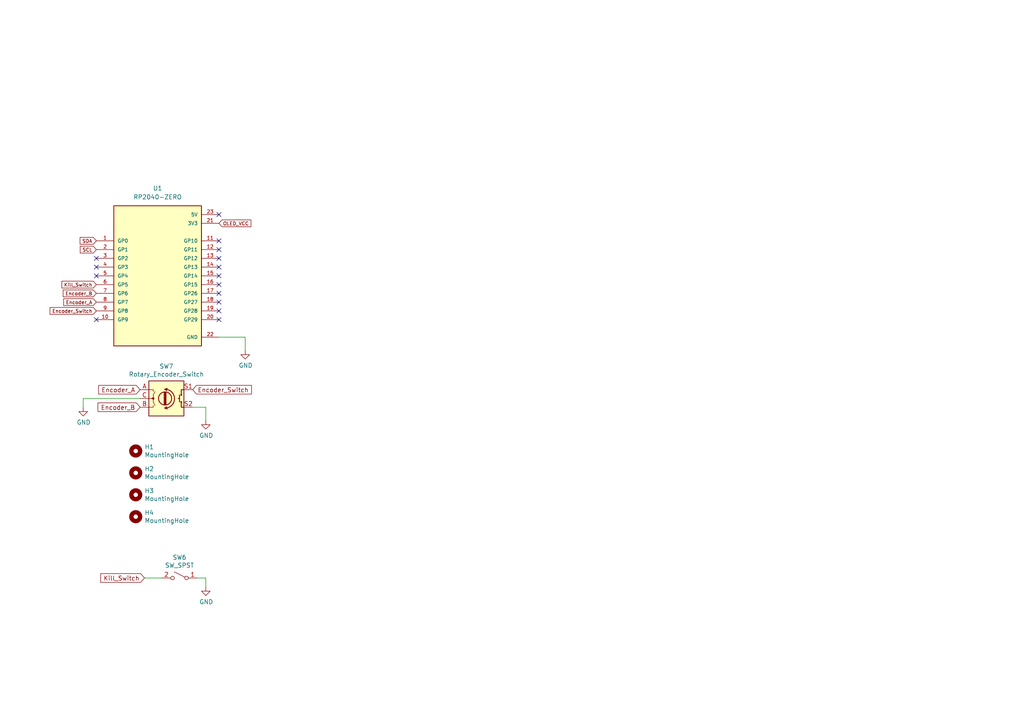
<source format=kicad_sch>
(kicad_sch
	(version 20250114)
	(generator "eeschema")
	(generator_version "9.0")
	(uuid "c3ef5952-8a8c-4190-8dd6-fd011d1d0bb3")
	(paper "A4")
	(lib_symbols
		(symbol "RP2040-ZERO:RP2040-ZERO"
			(pin_names
				(offset 1.016)
			)
			(exclude_from_sim no)
			(in_bom yes)
			(on_board yes)
			(property "Reference" "U"
				(at -12.7 21.082 0)
				(effects
					(font
						(size 1.27 1.27)
					)
					(justify left bottom)
				)
			)
			(property "Value" "RP2040-ZERO"
				(at -12.7 -22.86 0)
				(effects
					(font
						(size 1.27 1.27)
					)
					(justify left bottom)
				)
			)
			(property "Footprint" "RP2040-ZERO:MODULE_RP2040-ZERO"
				(at 37.592 21.844 0)
				(effects
					(font
						(size 1.27 1.27)
					)
					(justify bottom)
					(hide yes)
				)
			)
			(property "Datasheet" ""
				(at 0 0 0)
				(effects
					(font
						(size 1.27 1.27)
					)
					(hide yes)
				)
			)
			(property "Description" ""
				(at 0 0 0)
				(effects
					(font
						(size 1.27 1.27)
					)
					(hide yes)
				)
			)
			(property "MF" "Waveshare Electronics"
				(at 37.592 21.844 0)
				(effects
					(font
						(size 1.27 1.27)
					)
					(justify bottom)
					(hide yes)
				)
			)
			(property "MAXIMUM_PACKAGE_HEIGHT" "5.35mm"
				(at 37.592 21.844 0)
				(effects
					(font
						(size 1.27 1.27)
					)
					(justify bottom)
					(hide yes)
				)
			)
			(property "Package" "Package"
				(at 37.592 21.844 0)
				(effects
					(font
						(size 1.27 1.27)
					)
					(justify bottom)
					(hide yes)
				)
			)
			(property "Price" "None"
				(at 39.37 6.858 0)
				(effects
					(font
						(size 1.27 1.27)
					)
					(justify bottom)
					(hide yes)
				)
			)
			(property "Check_prices" "https://www.snapeda.com/parts/RP2040-ZERO/Waveshare+Electronics/view-part/?ref=eda"
				(at 37.592 21.844 0)
				(effects
					(font
						(size 1.27 1.27)
					)
					(justify bottom)
					(hide yes)
				)
			)
			(property "STANDARD" "Manufacturer Recommendations"
				(at 37.592 21.844 0)
				(effects
					(font
						(size 1.27 1.27)
					)
					(justify bottom)
					(hide yes)
				)
			)
			(property "PARTREV" "NA"
				(at 37.592 21.844 0)
				(effects
					(font
						(size 1.27 1.27)
					)
					(justify bottom)
					(hide yes)
				)
			)
			(property "SnapEDA_Link" "https://www.snapeda.com/parts/RP2040-ZERO/Waveshare+Electronics/view-part/?ref=snap"
				(at 37.592 21.844 0)
				(effects
					(font
						(size 1.27 1.27)
					)
					(justify bottom)
					(hide yes)
				)
			)
			(property "MP" "RP2040-ZERO"
				(at 37.592 21.844 0)
				(effects
					(font
						(size 1.27 1.27)
					)
					(justify bottom)
					(hide yes)
				)
			)
			(property "Description_1" "Low-Cost, High-Performance Pico-Like MCU Board Based On Raspberry Pi Microcontroller RP2040"
				(at 37.592 21.844 0)
				(effects
					(font
						(size 1.27 1.27)
					)
					(justify bottom)
					(hide yes)
				)
			)
			(property "Availability" "Not in stock"
				(at 37.592 21.844 0)
				(effects
					(font
						(size 1.27 1.27)
					)
					(justify bottom)
					(hide yes)
				)
			)
			(property "MANUFACTURER" "Waveshare"
				(at 37.592 21.844 0)
				(effects
					(font
						(size 1.27 1.27)
					)
					(justify bottom)
					(hide yes)
				)
			)
			(symbol "RP2040-ZERO_0_0"
				(rectangle
					(start -12.7 -20.32)
					(end 12.7 20.32)
					(stroke
						(width 0.254)
						(type default)
					)
					(fill
						(type background)
					)
				)
				(pin bidirectional line
					(at -17.78 10.16 0)
					(length 5.08)
					(name "GP0"
						(effects
							(font
								(size 1.016 1.016)
							)
						)
					)
					(number "1"
						(effects
							(font
								(size 1.016 1.016)
							)
						)
					)
				)
				(pin bidirectional line
					(at -17.78 7.62 0)
					(length 5.08)
					(name "GP1"
						(effects
							(font
								(size 1.016 1.016)
							)
						)
					)
					(number "2"
						(effects
							(font
								(size 1.016 1.016)
							)
						)
					)
				)
				(pin bidirectional line
					(at -17.78 5.08 0)
					(length 5.08)
					(name "GP2"
						(effects
							(font
								(size 1.016 1.016)
							)
						)
					)
					(number "3"
						(effects
							(font
								(size 1.016 1.016)
							)
						)
					)
				)
				(pin bidirectional line
					(at -17.78 2.54 0)
					(length 5.08)
					(name "GP3"
						(effects
							(font
								(size 1.016 1.016)
							)
						)
					)
					(number "4"
						(effects
							(font
								(size 1.016 1.016)
							)
						)
					)
				)
				(pin bidirectional line
					(at -17.78 0 0)
					(length 5.08)
					(name "GP4"
						(effects
							(font
								(size 1.016 1.016)
							)
						)
					)
					(number "5"
						(effects
							(font
								(size 1.016 1.016)
							)
						)
					)
				)
				(pin bidirectional line
					(at -17.78 -2.54 0)
					(length 5.08)
					(name "GP5"
						(effects
							(font
								(size 1.016 1.016)
							)
						)
					)
					(number "6"
						(effects
							(font
								(size 1.016 1.016)
							)
						)
					)
				)
				(pin bidirectional line
					(at -17.78 -5.08 0)
					(length 5.08)
					(name "GP6"
						(effects
							(font
								(size 1.016 1.016)
							)
						)
					)
					(number "7"
						(effects
							(font
								(size 1.016 1.016)
							)
						)
					)
				)
				(pin bidirectional line
					(at -17.78 -7.62 0)
					(length 5.08)
					(name "GP7"
						(effects
							(font
								(size 1.016 1.016)
							)
						)
					)
					(number "8"
						(effects
							(font
								(size 1.016 1.016)
							)
						)
					)
				)
				(pin bidirectional line
					(at -17.78 -10.16 0)
					(length 5.08)
					(name "GP8"
						(effects
							(font
								(size 1.016 1.016)
							)
						)
					)
					(number "9"
						(effects
							(font
								(size 1.016 1.016)
							)
						)
					)
				)
				(pin bidirectional line
					(at -17.78 -12.7 0)
					(length 5.08)
					(name "GP9"
						(effects
							(font
								(size 1.016 1.016)
							)
						)
					)
					(number "10"
						(effects
							(font
								(size 1.016 1.016)
							)
						)
					)
				)
				(pin power_in line
					(at 17.78 17.78 180)
					(length 5.08)
					(name "5V"
						(effects
							(font
								(size 1.016 1.016)
							)
						)
					)
					(number "23"
						(effects
							(font
								(size 1.016 1.016)
							)
						)
					)
				)
				(pin power_in line
					(at 17.78 15.24 180)
					(length 5.08)
					(name "3V3"
						(effects
							(font
								(size 1.016 1.016)
							)
						)
					)
					(number "21"
						(effects
							(font
								(size 1.016 1.016)
							)
						)
					)
				)
				(pin bidirectional line
					(at 17.78 10.16 180)
					(length 5.08)
					(name "GP10"
						(effects
							(font
								(size 1.016 1.016)
							)
						)
					)
					(number "11"
						(effects
							(font
								(size 1.016 1.016)
							)
						)
					)
				)
				(pin bidirectional line
					(at 17.78 7.62 180)
					(length 5.08)
					(name "GP11"
						(effects
							(font
								(size 1.016 1.016)
							)
						)
					)
					(number "12"
						(effects
							(font
								(size 1.016 1.016)
							)
						)
					)
				)
				(pin bidirectional line
					(at 17.78 5.08 180)
					(length 5.08)
					(name "GP12"
						(effects
							(font
								(size 1.016 1.016)
							)
						)
					)
					(number "13"
						(effects
							(font
								(size 1.016 1.016)
							)
						)
					)
				)
				(pin bidirectional line
					(at 17.78 2.54 180)
					(length 5.08)
					(name "GP13"
						(effects
							(font
								(size 1.016 1.016)
							)
						)
					)
					(number "14"
						(effects
							(font
								(size 1.016 1.016)
							)
						)
					)
				)
				(pin bidirectional line
					(at 17.78 0 180)
					(length 5.08)
					(name "GP14"
						(effects
							(font
								(size 1.016 1.016)
							)
						)
					)
					(number "15"
						(effects
							(font
								(size 1.016 1.016)
							)
						)
					)
				)
				(pin bidirectional line
					(at 17.78 -2.54 180)
					(length 5.08)
					(name "GP15"
						(effects
							(font
								(size 1.016 1.016)
							)
						)
					)
					(number "16"
						(effects
							(font
								(size 1.016 1.016)
							)
						)
					)
				)
				(pin bidirectional line
					(at 17.78 -5.08 180)
					(length 5.08)
					(name "GP26"
						(effects
							(font
								(size 1.016 1.016)
							)
						)
					)
					(number "17"
						(effects
							(font
								(size 1.016 1.016)
							)
						)
					)
				)
				(pin bidirectional line
					(at 17.78 -7.62 180)
					(length 5.08)
					(name "GP27"
						(effects
							(font
								(size 1.016 1.016)
							)
						)
					)
					(number "18"
						(effects
							(font
								(size 1.016 1.016)
							)
						)
					)
				)
				(pin bidirectional line
					(at 17.78 -10.16 180)
					(length 5.08)
					(name "GP28"
						(effects
							(font
								(size 1.016 1.016)
							)
						)
					)
					(number "19"
						(effects
							(font
								(size 1.016 1.016)
							)
						)
					)
				)
				(pin bidirectional line
					(at 17.78 -12.7 180)
					(length 5.08)
					(name "GP29"
						(effects
							(font
								(size 1.016 1.016)
							)
						)
					)
					(number "20"
						(effects
							(font
								(size 1.016 1.016)
							)
						)
					)
				)
				(pin power_in line
					(at 17.78 -17.78 180)
					(length 5.08)
					(name "GND"
						(effects
							(font
								(size 1.016 1.016)
							)
						)
					)
					(number "22"
						(effects
							(font
								(size 1.016 1.016)
							)
						)
					)
				)
			)
			(embedded_fonts no)
		)
		(symbol "V0_Display:MountingHole"
			(pin_names
				(offset 1.016)
			)
			(exclude_from_sim no)
			(in_bom yes)
			(on_board yes)
			(property "Reference" "H"
				(at 0 5.08 0)
				(effects
					(font
						(size 1.27 1.27)
					)
				)
			)
			(property "Value" "MountingHole"
				(at 0 3.175 0)
				(effects
					(font
						(size 1.27 1.27)
					)
				)
			)
			(property "Footprint" ""
				(at 0 0 0)
				(effects
					(font
						(size 1.27 1.27)
					)
					(hide yes)
				)
			)
			(property "Datasheet" "~"
				(at 0 0 0)
				(effects
					(font
						(size 1.27 1.27)
					)
					(hide yes)
				)
			)
			(property "Description" "Mounting Hole without connection"
				(at 0 0 0)
				(effects
					(font
						(size 1.27 1.27)
					)
					(hide yes)
				)
			)
			(property "ki_keywords" "mounting hole"
				(at 0 0 0)
				(effects
					(font
						(size 1.27 1.27)
					)
					(hide yes)
				)
			)
			(property "ki_fp_filters" "MountingHole*"
				(at 0 0 0)
				(effects
					(font
						(size 1.27 1.27)
					)
					(hide yes)
				)
			)
			(symbol "MountingHole_0_1"
				(circle
					(center 0 0)
					(radius 1.27)
					(stroke
						(width 1.27)
						(type solid)
					)
					(fill
						(type none)
					)
				)
			)
			(embedded_fonts no)
		)
		(symbol "V0_Display:Rotary_Encoder_Switch"
			(pin_names
				(offset 0.254)
				(hide yes)
			)
			(exclude_from_sim no)
			(in_bom yes)
			(on_board yes)
			(property "Reference" "SW"
				(at 0 6.604 0)
				(effects
					(font
						(size 1.27 1.27)
					)
				)
			)
			(property "Value" "Rotary_Encoder_Switch"
				(at 0 -6.604 0)
				(effects
					(font
						(size 1.27 1.27)
					)
				)
			)
			(property "Footprint" ""
				(at -3.81 4.064 0)
				(effects
					(font
						(size 1.27 1.27)
					)
					(hide yes)
				)
			)
			(property "Datasheet" "~"
				(at 0 6.604 0)
				(effects
					(font
						(size 1.27 1.27)
					)
					(hide yes)
				)
			)
			(property "Description" "Rotary encoder, dual channel, incremental quadrate outputs, with switch"
				(at 0 0 0)
				(effects
					(font
						(size 1.27 1.27)
					)
					(hide yes)
				)
			)
			(property "ki_keywords" "rotary switch encoder switch push button"
				(at 0 0 0)
				(effects
					(font
						(size 1.27 1.27)
					)
					(hide yes)
				)
			)
			(property "ki_fp_filters" "RotaryEncoder*Switch*"
				(at 0 0 0)
				(effects
					(font
						(size 1.27 1.27)
					)
					(hide yes)
				)
			)
			(symbol "Rotary_Encoder_Switch_0_1"
				(rectangle
					(start -5.08 5.08)
					(end 5.08 -5.08)
					(stroke
						(width 0.254)
						(type solid)
					)
					(fill
						(type background)
					)
				)
				(polyline
					(pts
						(xy -5.08 2.54) (xy -3.81 2.54) (xy -3.81 2.032)
					)
					(stroke
						(width 0)
						(type solid)
					)
					(fill
						(type none)
					)
				)
				(polyline
					(pts
						(xy -5.08 0) (xy -3.81 0) (xy -3.81 -1.016) (xy -3.302 -2.032)
					)
					(stroke
						(width 0)
						(type solid)
					)
					(fill
						(type none)
					)
				)
				(polyline
					(pts
						(xy -5.08 -2.54) (xy -3.81 -2.54) (xy -3.81 -2.032)
					)
					(stroke
						(width 0)
						(type solid)
					)
					(fill
						(type none)
					)
				)
				(polyline
					(pts
						(xy -4.318 0) (xy -3.81 0) (xy -3.81 1.016) (xy -3.302 2.032)
					)
					(stroke
						(width 0)
						(type solid)
					)
					(fill
						(type none)
					)
				)
				(circle
					(center -3.81 0)
					(radius 0.254)
					(stroke
						(width 0)
						(type solid)
					)
					(fill
						(type outline)
					)
				)
				(polyline
					(pts
						(xy -0.635 -1.778) (xy -0.635 1.778)
					)
					(stroke
						(width 0.254)
						(type solid)
					)
					(fill
						(type none)
					)
				)
				(arc
					(start -0.381 2.667)
					(mid 2.3368 -0.0508)
					(end -0.381 -2.794)
					(stroke
						(width 0.254)
						(type solid)
					)
					(fill
						(type none)
					)
				)
				(circle
					(center -0.381 0)
					(radius 1.905)
					(stroke
						(width 0.254)
						(type solid)
					)
					(fill
						(type none)
					)
				)
				(polyline
					(pts
						(xy -0.381 -1.778) (xy -0.381 1.778)
					)
					(stroke
						(width 0.254)
						(type solid)
					)
					(fill
						(type none)
					)
				)
				(polyline
					(pts
						(xy -0.127 1.778) (xy -0.127 -1.778)
					)
					(stroke
						(width 0.254)
						(type solid)
					)
					(fill
						(type none)
					)
				)
				(polyline
					(pts
						(xy 0.254 2.921) (xy -0.508 2.667) (xy 0.127 2.286)
					)
					(stroke
						(width 0.254)
						(type solid)
					)
					(fill
						(type none)
					)
				)
				(polyline
					(pts
						(xy 0.254 -3.048) (xy -0.508 -2.794) (xy 0.127 -2.413)
					)
					(stroke
						(width 0.254)
						(type solid)
					)
					(fill
						(type none)
					)
				)
				(polyline
					(pts
						(xy 3.81 1.016) (xy 3.81 -1.016)
					)
					(stroke
						(width 0.254)
						(type solid)
					)
					(fill
						(type none)
					)
				)
				(polyline
					(pts
						(xy 3.81 0) (xy 3.429 0)
					)
					(stroke
						(width 0.254)
						(type solid)
					)
					(fill
						(type none)
					)
				)
				(circle
					(center 4.318 1.016)
					(radius 0.127)
					(stroke
						(width 0.254)
						(type solid)
					)
					(fill
						(type none)
					)
				)
				(circle
					(center 4.318 -1.016)
					(radius 0.127)
					(stroke
						(width 0.254)
						(type solid)
					)
					(fill
						(type none)
					)
				)
				(polyline
					(pts
						(xy 5.08 2.54) (xy 4.318 2.54) (xy 4.318 1.016)
					)
					(stroke
						(width 0.254)
						(type solid)
					)
					(fill
						(type none)
					)
				)
				(polyline
					(pts
						(xy 5.08 -2.54) (xy 4.318 -2.54) (xy 4.318 -1.016)
					)
					(stroke
						(width 0.254)
						(type solid)
					)
					(fill
						(type none)
					)
				)
			)
			(symbol "Rotary_Encoder_Switch_1_1"
				(pin passive line
					(at -7.62 2.54 0)
					(length 2.54)
					(name "A"
						(effects
							(font
								(size 1.27 1.27)
							)
						)
					)
					(number "A"
						(effects
							(font
								(size 1.27 1.27)
							)
						)
					)
				)
				(pin passive line
					(at -7.62 0 0)
					(length 2.54)
					(name "C"
						(effects
							(font
								(size 1.27 1.27)
							)
						)
					)
					(number "C"
						(effects
							(font
								(size 1.27 1.27)
							)
						)
					)
				)
				(pin passive line
					(at -7.62 -2.54 0)
					(length 2.54)
					(name "B"
						(effects
							(font
								(size 1.27 1.27)
							)
						)
					)
					(number "B"
						(effects
							(font
								(size 1.27 1.27)
							)
						)
					)
				)
				(pin passive line
					(at 7.62 2.54 180)
					(length 2.54)
					(name "S1"
						(effects
							(font
								(size 1.27 1.27)
							)
						)
					)
					(number "S1"
						(effects
							(font
								(size 1.27 1.27)
							)
						)
					)
				)
				(pin passive line
					(at 7.62 -2.54 180)
					(length 2.54)
					(name "S2"
						(effects
							(font
								(size 1.27 1.27)
							)
						)
					)
					(number "S2"
						(effects
							(font
								(size 1.27 1.27)
							)
						)
					)
				)
			)
			(embedded_fonts no)
		)
		(symbol "V0_Display:SW_SPST"
			(pin_names
				(offset 0)
				(hide yes)
			)
			(exclude_from_sim no)
			(in_bom yes)
			(on_board yes)
			(property "Reference" "SW"
				(at 0 3.175 0)
				(effects
					(font
						(size 1.27 1.27)
					)
				)
			)
			(property "Value" "SW_SPST"
				(at 0 -2.54 0)
				(effects
					(font
						(size 1.27 1.27)
					)
				)
			)
			(property "Footprint" ""
				(at 0 0 0)
				(effects
					(font
						(size 1.27 1.27)
					)
					(hide yes)
				)
			)
			(property "Datasheet" "~"
				(at 0 0 0)
				(effects
					(font
						(size 1.27 1.27)
					)
					(hide yes)
				)
			)
			(property "Description" "Single Pole Single Throw (SPST) switch"
				(at 0 0 0)
				(effects
					(font
						(size 1.27 1.27)
					)
					(hide yes)
				)
			)
			(property "ki_keywords" "switch lever"
				(at 0 0 0)
				(effects
					(font
						(size 1.27 1.27)
					)
					(hide yes)
				)
			)
			(symbol "SW_SPST_0_0"
				(circle
					(center -2.032 0)
					(radius 0.508)
					(stroke
						(width 0)
						(type solid)
					)
					(fill
						(type none)
					)
				)
				(polyline
					(pts
						(xy -1.524 0.254) (xy 1.524 1.778)
					)
					(stroke
						(width 0)
						(type solid)
					)
					(fill
						(type none)
					)
				)
				(circle
					(center 2.032 0)
					(radius 0.508)
					(stroke
						(width 0)
						(type solid)
					)
					(fill
						(type none)
					)
				)
			)
			(symbol "SW_SPST_1_1"
				(pin passive line
					(at -5.08 0 0)
					(length 2.54)
					(name "A"
						(effects
							(font
								(size 1.27 1.27)
							)
						)
					)
					(number "1"
						(effects
							(font
								(size 1.27 1.27)
							)
						)
					)
				)
				(pin passive line
					(at 5.08 0 180)
					(length 2.54)
					(name "B"
						(effects
							(font
								(size 1.27 1.27)
							)
						)
					)
					(number "2"
						(effects
							(font
								(size 1.27 1.27)
							)
						)
					)
				)
			)
			(embedded_fonts no)
		)
		(symbol "power:GND"
			(power)
			(pin_numbers
				(hide yes)
			)
			(pin_names
				(offset 0)
				(hide yes)
			)
			(exclude_from_sim no)
			(in_bom yes)
			(on_board yes)
			(property "Reference" "#PWR"
				(at 0 -6.35 0)
				(effects
					(font
						(size 1.27 1.27)
					)
					(hide yes)
				)
			)
			(property "Value" "GND"
				(at 0 -3.81 0)
				(effects
					(font
						(size 1.27 1.27)
					)
				)
			)
			(property "Footprint" ""
				(at 0 0 0)
				(effects
					(font
						(size 1.27 1.27)
					)
					(hide yes)
				)
			)
			(property "Datasheet" ""
				(at 0 0 0)
				(effects
					(font
						(size 1.27 1.27)
					)
					(hide yes)
				)
			)
			(property "Description" "Power symbol creates a global label with name \"GND\" , ground"
				(at 0 0 0)
				(effects
					(font
						(size 1.27 1.27)
					)
					(hide yes)
				)
			)
			(property "ki_keywords" "global power"
				(at 0 0 0)
				(effects
					(font
						(size 1.27 1.27)
					)
					(hide yes)
				)
			)
			(symbol "GND_0_1"
				(polyline
					(pts
						(xy 0 0) (xy 0 -1.27) (xy 1.27 -1.27) (xy 0 -2.54) (xy -1.27 -1.27) (xy 0 -1.27)
					)
					(stroke
						(width 0)
						(type default)
					)
					(fill
						(type none)
					)
				)
			)
			(symbol "GND_1_1"
				(pin power_in line
					(at 0 0 270)
					(length 0)
					(name "~"
						(effects
							(font
								(size 1.27 1.27)
							)
						)
					)
					(number "1"
						(effects
							(font
								(size 1.27 1.27)
							)
						)
					)
				)
			)
			(embedded_fonts no)
		)
	)
	(no_connect
		(at 63.5 72.39)
		(uuid "04299bbd-e220-478a-b134-6ec24a52e0f6")
	)
	(no_connect
		(at 63.5 90.17)
		(uuid "0815ea51-6be1-49a7-95a0-87fbdad32ebe")
	)
	(no_connect
		(at 63.5 87.63)
		(uuid "0de84c7d-d038-4a71-aedb-b71f37881d05")
	)
	(no_connect
		(at 63.5 77.47)
		(uuid "127ab064-8198-4e5a-a9ab-2e02fdf6c90b")
	)
	(no_connect
		(at 27.94 74.93)
		(uuid "18656af1-46b3-456a-88c6-bad5d4327262")
	)
	(no_connect
		(at 63.5 82.55)
		(uuid "1f871c29-4377-463e-98d9-0f4d57ff7026")
	)
	(no_connect
		(at 63.5 74.93)
		(uuid "28d12989-f92a-46a9-babd-0cc27083a833")
	)
	(no_connect
		(at 63.5 80.01)
		(uuid "30f60794-4a33-48b7-bd5b-b4fad87a8e5b")
	)
	(no_connect
		(at 27.94 92.71)
		(uuid "71d8985e-4888-44ee-af2d-e2580f04a43e")
	)
	(no_connect
		(at 63.5 62.23)
		(uuid "919d452d-678e-48bc-86d4-e4a692bdb2d6")
	)
	(no_connect
		(at 27.94 80.01)
		(uuid "b18736b4-b663-4462-bd3e-45310180d9f7")
	)
	(no_connect
		(at 27.94 77.47)
		(uuid "b308e894-f1ad-40d5-b30b-9f02268ee078")
	)
	(no_connect
		(at 63.5 92.71)
		(uuid "c566753d-1d2a-48fc-b881-91b4e7541ce8")
	)
	(no_connect
		(at 63.5 85.09)
		(uuid "cd83fef8-d475-42e8-bbba-e2c76a51eace")
	)
	(no_connect
		(at 63.5 69.85)
		(uuid "ddb65d66-ccda-4b1e-8781-87ee63508319")
	)
	(wire
		(pts
			(xy 59.69 170.18) (xy 59.69 167.64)
		)
		(stroke
			(width 0)
			(type default)
		)
		(uuid "00afb795-80ec-4bca-a2f0-94cdb5867ef1")
	)
	(wire
		(pts
			(xy 59.69 121.92) (xy 59.69 118.11)
		)
		(stroke
			(width 0)
			(type default)
		)
		(uuid "1664fdec-6642-4e8a-abd3-2d4bd5a28b2d")
	)
	(wire
		(pts
			(xy 46.99 167.64) (xy 41.91 167.64)
		)
		(stroke
			(width 0)
			(type default)
		)
		(uuid "21eb9be5-e883-428f-a11b-66cc950e4e82")
	)
	(wire
		(pts
			(xy 40.64 115.57) (xy 24.13 115.57)
		)
		(stroke
			(width 0)
			(type default)
		)
		(uuid "32845c75-523b-4cf2-b6e6-6a0db4a1101a")
	)
	(wire
		(pts
			(xy 71.12 97.79) (xy 71.12 101.6)
		)
		(stroke
			(width 0)
			(type default)
		)
		(uuid "33bc34b8-6c82-4e86-ab2e-4af30785d814")
	)
	(wire
		(pts
			(xy 59.69 118.11) (xy 55.88 118.11)
		)
		(stroke
			(width 0)
			(type default)
		)
		(uuid "62ef9b3b-4b17-42cf-a939-dd6ed350786e")
	)
	(wire
		(pts
			(xy 24.13 118.11) (xy 24.13 115.57)
		)
		(stroke
			(width 0)
			(type default)
		)
		(uuid "6b58a84a-95e3-4b0c-adc7-d74476de7b73")
	)
	(wire
		(pts
			(xy 63.5 97.79) (xy 71.12 97.79)
		)
		(stroke
			(width 0)
			(type default)
		)
		(uuid "6e19ae35-f560-434f-9f7b-b0a89a7e4e45")
	)
	(wire
		(pts
			(xy 59.69 167.64) (xy 57.15 167.64)
		)
		(stroke
			(width 0)
			(type default)
		)
		(uuid "9c9fe2ce-45b3-433b-b38c-3dd6805c5b9a")
	)
	(global_label "Encoder_A"
		(shape input)
		(at 27.94 87.63 180)
		(fields_autoplaced yes)
		(effects
			(font
				(size 1 1)
			)
			(justify right)
		)
		(uuid "39959773-c981-4b00-b6a6-c2cbdd76723d")
		(property "Intersheetrefs" "${INTERSHEET_REFS}"
			(at 18.0183 87.63 0)
			(effects
				(font
					(size 1.27 1.27)
				)
				(justify right)
				(hide yes)
			)
		)
	)
	(global_label "Encoder_A"
		(shape input)
		(at 40.64 113.03 180)
		(effects
			(font
				(size 1.27 1.27)
			)
			(justify right)
		)
		(uuid "3b8e8723-4691-40e1-bb94-6a72516326bc")
		(property "Intersheetrefs" "${INTERSHEET_REFS}"
			(at 40.64 113.03 0)
			(effects
				(font
					(size 1.27 1.27)
				)
				(hide yes)
			)
		)
	)
	(global_label "OLED_VCC"
		(shape input)
		(at 63.5 64.77 0)
		(fields_autoplaced yes)
		(effects
			(font
				(size 1 1)
			)
			(justify left)
		)
		(uuid "404e32a0-f1e9-4d1e-b5b1-da4d4f2b4c48")
		(property "Intersheetrefs" "${INTERSHEET_REFS}"
			(at 73.2312 64.77 0)
			(effects
				(font
					(size 1.27 1.27)
				)
				(justify left)
				(hide yes)
			)
		)
	)
	(global_label "Encoder_B"
		(shape input)
		(at 40.64 118.11 180)
		(effects
			(font
				(size 1.27 1.27)
			)
			(justify right)
		)
		(uuid "45b12c3c-a66d-41d9-9fb5-be8941ade179")
		(property "Intersheetrefs" "${INTERSHEET_REFS}"
			(at 40.64 118.11 0)
			(effects
				(font
					(size 1.27 1.27)
				)
				(hide yes)
			)
		)
	)
	(global_label "Kill_Switch"
		(shape input)
		(at 27.94 82.55 180)
		(fields_autoplaced yes)
		(effects
			(font
				(size 1 1)
			)
			(justify right)
		)
		(uuid "4c596119-1c98-4480-828a-2fe458a055fc")
		(property "Intersheetrefs" "${INTERSHEET_REFS}"
			(at 17.4945 82.55 0)
			(effects
				(font
					(size 1.27 1.27)
				)
				(justify right)
				(hide yes)
			)
		)
	)
	(global_label "Encoder_Switch"
		(shape input)
		(at 55.88 113.03 0)
		(effects
			(font
				(size 1.27 1.27)
			)
			(justify left)
		)
		(uuid "4e0af0b7-7b54-47d3-88b3-c80ea1af86cf")
		(property "Intersheetrefs" "${INTERSHEET_REFS}"
			(at 55.88 113.03 0)
			(effects
				(font
					(size 1.27 1.27)
				)
				(hide yes)
			)
		)
	)
	(global_label "SCL"
		(shape input)
		(at 27.94 72.39 180)
		(fields_autoplaced yes)
		(effects
			(font
				(size 1 1)
			)
			(justify right)
		)
		(uuid "be58dbeb-2095-47ad-8bf7-6685f432530b")
		(property "Intersheetrefs" "${INTERSHEET_REFS}"
			(at 22.8278 72.39 0)
			(effects
				(font
					(size 1.27 1.27)
				)
				(justify right)
				(hide yes)
			)
		)
	)
	(global_label "Kill_Switch"
		(shape input)
		(at 41.91 167.64 180)
		(effects
			(font
				(size 1.27 1.27)
			)
			(justify right)
		)
		(uuid "c8828993-2994-4aab-b42e-1c53e36a6a65")
		(property "Intersheetrefs" "${INTERSHEET_REFS}"
			(at 41.91 167.64 0)
			(effects
				(font
					(size 1.27 1.27)
				)
				(hide yes)
			)
		)
	)
	(global_label "Encoder_Switch"
		(shape input)
		(at 27.94 90.17 180)
		(fields_autoplaced yes)
		(effects
			(font
				(size 1 1)
			)
			(justify right)
		)
		(uuid "e59f5bcd-b366-4664-ae5f-cd8ab96594b7")
		(property "Intersheetrefs" "${INTERSHEET_REFS}"
			(at 14.0659 90.17 0)
			(effects
				(font
					(size 1.27 1.27)
				)
				(justify right)
				(hide yes)
			)
		)
	)
	(global_label "SDA"
		(shape input)
		(at 27.94 69.85 180)
		(fields_autoplaced yes)
		(effects
			(font
				(size 1 1)
			)
			(justify right)
		)
		(uuid "fcb2334a-13c4-4d4d-a3aa-f8b7a1e913f9")
		(property "Intersheetrefs" "${INTERSHEET_REFS}"
			(at 22.7802 69.85 0)
			(effects
				(font
					(size 1.27 1.27)
				)
				(justify right)
				(hide yes)
			)
		)
	)
	(global_label "Encoder_B"
		(shape input)
		(at 27.94 85.09 180)
		(fields_autoplaced yes)
		(effects
			(font
				(size 1 1)
			)
			(justify right)
		)
		(uuid "fcd8874e-3919-4eff-b64c-40069596fdb7")
		(property "Intersheetrefs" "${INTERSHEET_REFS}"
			(at 17.8754 85.09 0)
			(effects
				(font
					(size 1.27 1.27)
				)
				(justify right)
				(hide yes)
			)
		)
	)
	(symbol
		(lib_id "power:GND")
		(at 59.69 170.18 0)
		(unit 1)
		(exclude_from_sim no)
		(in_bom yes)
		(on_board yes)
		(dnp no)
		(uuid "00000000-0000-0000-0000-00005e225054")
		(property "Reference" "#PWR0120"
			(at 59.69 176.53 0)
			(effects
				(font
					(size 1.27 1.27)
				)
				(hide yes)
			)
		)
		(property "Value" "GND"
			(at 59.817 174.5742 0)
			(effects
				(font
					(size 1.27 1.27)
				)
			)
		)
		(property "Footprint" ""
			(at 59.69 170.18 0)
			(effects
				(font
					(size 1.27 1.27)
				)
				(hide yes)
			)
		)
		(property "Datasheet" ""
			(at 59.69 170.18 0)
			(effects
				(font
					(size 1.27 1.27)
				)
				(hide yes)
			)
		)
		(property "Description" ""
			(at 59.69 170.18 0)
			(effects
				(font
					(size 1.27 1.27)
				)
			)
		)
		(pin "1"
			(uuid "acdd33b1-db36-46b9-b0a9-73eb83d59306")
		)
		(instances
			(project "Custom_V0_Display"
				(path "/c3ef5952-8a8c-4190-8dd6-fd011d1d0bb3"
					(reference "#PWR0120")
					(unit 1)
				)
			)
		)
	)
	(symbol
		(lib_id "V0_Display:Rotary_Encoder_Switch")
		(at 48.26 115.57 0)
		(unit 1)
		(exclude_from_sim no)
		(in_bom yes)
		(on_board yes)
		(dnp no)
		(uuid "00000000-0000-0000-0000-00005e23c835")
		(property "Reference" "SW7"
			(at 48.26 106.2482 0)
			(effects
				(font
					(size 1.27 1.27)
				)
			)
		)
		(property "Value" "Rotary_Encoder_Switch"
			(at 48.26 108.5596 0)
			(effects
				(font
					(size 1.27 1.27)
				)
			)
		)
		(property "Footprint" "V0-Display:EN11_Encoder"
			(at 44.45 111.506 0)
			(effects
				(font
					(size 1.27 1.27)
				)
				(hide yes)
			)
		)
		(property "Datasheet" "~"
			(at 48.26 108.966 0)
			(effects
				(font
					(size 1.27 1.27)
				)
				(hide yes)
			)
		)
		(property "Description" ""
			(at 48.26 115.57 0)
			(effects
				(font
					(size 1.27 1.27)
				)
			)
		)
		(pin "B"
			(uuid "1826112d-3ce5-4dc0-bcd9-fc712b12a38f")
		)
		(pin "A"
			(uuid "0e1401e5-ef2d-4a43-bb3d-0fd09315f2d0")
		)
		(pin "C"
			(uuid "3b282d0a-6692-4f78-8dd0-0d22c021f8d5")
		)
		(pin "S1"
			(uuid "004b8252-04d5-4407-9bb7-156bbfc13315")
		)
		(pin "S2"
			(uuid "23aa8fc8-7751-4ffb-8201-85a9abeb4ca1")
		)
		(instances
			(project "Custom_V0_Display"
				(path "/c3ef5952-8a8c-4190-8dd6-fd011d1d0bb3"
					(reference "SW7")
					(unit 1)
				)
			)
		)
	)
	(symbol
		(lib_id "power:GND")
		(at 59.69 121.92 0)
		(unit 1)
		(exclude_from_sim no)
		(in_bom yes)
		(on_board yes)
		(dnp no)
		(uuid "00000000-0000-0000-0000-00005e2449f3")
		(property "Reference" "#PWR0122"
			(at 59.69 128.27 0)
			(effects
				(font
					(size 1.27 1.27)
				)
				(hide yes)
			)
		)
		(property "Value" "GND"
			(at 59.817 126.3142 0)
			(effects
				(font
					(size 1.27 1.27)
				)
			)
		)
		(property "Footprint" ""
			(at 59.69 121.92 0)
			(effects
				(font
					(size 1.27 1.27)
				)
				(hide yes)
			)
		)
		(property "Datasheet" ""
			(at 59.69 121.92 0)
			(effects
				(font
					(size 1.27 1.27)
				)
				(hide yes)
			)
		)
		(property "Description" ""
			(at 59.69 121.92 0)
			(effects
				(font
					(size 1.27 1.27)
				)
			)
		)
		(pin "1"
			(uuid "ecb440d5-6edf-487d-bd02-280c86c5cf78")
		)
		(instances
			(project "Custom_V0_Display"
				(path "/c3ef5952-8a8c-4190-8dd6-fd011d1d0bb3"
					(reference "#PWR0122")
					(unit 1)
				)
			)
		)
	)
	(symbol
		(lib_id "V0_Display:SW_SPST")
		(at 52.07 167.64 0)
		(mirror y)
		(unit 1)
		(exclude_from_sim no)
		(in_bom yes)
		(on_board yes)
		(dnp no)
		(uuid "00000000-0000-0000-0000-00005e24b6ba")
		(property "Reference" "SW6"
			(at 52.07 161.671 0)
			(effects
				(font
					(size 1.27 1.27)
				)
			)
		)
		(property "Value" "SW_SPST"
			(at 52.07 163.9824 0)
			(effects
				(font
					(size 1.27 1.27)
				)
			)
		)
		(property "Footprint" "V0-Display:SW_PUSH_6mm"
			(at 52.07 167.64 0)
			(effects
				(font
					(size 1.27 1.27)
				)
				(hide yes)
			)
		)
		(property "Datasheet" "~"
			(at 52.07 167.64 0)
			(effects
				(font
					(size 1.27 1.27)
				)
				(hide yes)
			)
		)
		(property "Description" ""
			(at 52.07 167.64 0)
			(effects
				(font
					(size 1.27 1.27)
				)
			)
		)
		(pin "1"
			(uuid "87b70563-f66f-42b1-b1f4-6dce55ab62e2")
		)
		(pin "2"
			(uuid "750844b7-7427-4155-8dc9-b9ac82a22e39")
		)
		(instances
			(project "Custom_V0_Display"
				(path "/c3ef5952-8a8c-4190-8dd6-fd011d1d0bb3"
					(reference "SW6")
					(unit 1)
				)
			)
		)
	)
	(symbol
		(lib_id "V0_Display:MountingHole")
		(at 39.37 130.81 0)
		(unit 1)
		(exclude_from_sim no)
		(in_bom yes)
		(on_board yes)
		(dnp no)
		(uuid "00000000-0000-0000-0000-00005e25d84d")
		(property "Reference" "H1"
			(at 41.91 129.6416 0)
			(effects
				(font
					(size 1.27 1.27)
				)
				(justify left)
			)
		)
		(property "Value" "MountingHole"
			(at 41.91 131.953 0)
			(effects
				(font
					(size 1.27 1.27)
				)
				(justify left)
			)
		)
		(property "Footprint" "V0-Display:MountingHole_3.2mm_M3"
			(at 39.37 130.81 0)
			(effects
				(font
					(size 1.27 1.27)
				)
				(hide yes)
			)
		)
		(property "Datasheet" "~"
			(at 39.37 130.81 0)
			(effects
				(font
					(size 1.27 1.27)
				)
				(hide yes)
			)
		)
		(property "Description" ""
			(at 39.37 130.81 0)
			(effects
				(font
					(size 1.27 1.27)
				)
			)
		)
		(instances
			(project "Custom_V0_Display"
				(path "/c3ef5952-8a8c-4190-8dd6-fd011d1d0bb3"
					(reference "H1")
					(unit 1)
				)
			)
		)
	)
	(symbol
		(lib_id "V0_Display:MountingHole")
		(at 39.37 137.16 0)
		(unit 1)
		(exclude_from_sim no)
		(in_bom yes)
		(on_board yes)
		(dnp no)
		(uuid "00000000-0000-0000-0000-00005e25deb8")
		(property "Reference" "H2"
			(at 41.91 135.9916 0)
			(effects
				(font
					(size 1.27 1.27)
				)
				(justify left)
			)
		)
		(property "Value" "MountingHole"
			(at 41.91 138.303 0)
			(effects
				(font
					(size 1.27 1.27)
				)
				(justify left)
			)
		)
		(property "Footprint" "V0-Display:MountingHole_3.2mm_M3"
			(at 39.37 137.16 0)
			(effects
				(font
					(size 1.27 1.27)
				)
				(hide yes)
			)
		)
		(property "Datasheet" "~"
			(at 39.37 137.16 0)
			(effects
				(font
					(size 1.27 1.27)
				)
				(hide yes)
			)
		)
		(property "Description" ""
			(at 39.37 137.16 0)
			(effects
				(font
					(size 1.27 1.27)
				)
			)
		)
		(instances
			(project "Custom_V0_Display"
				(path "/c3ef5952-8a8c-4190-8dd6-fd011d1d0bb3"
					(reference "H2")
					(unit 1)
				)
			)
		)
	)
	(symbol
		(lib_id "V0_Display:MountingHole")
		(at 39.37 143.51 0)
		(unit 1)
		(exclude_from_sim no)
		(in_bom yes)
		(on_board yes)
		(dnp no)
		(uuid "00000000-0000-0000-0000-00005e25e9d5")
		(property "Reference" "H3"
			(at 41.91 142.3416 0)
			(effects
				(font
					(size 1.27 1.27)
				)
				(justify left)
			)
		)
		(property "Value" "MountingHole"
			(at 41.91 144.653 0)
			(effects
				(font
					(size 1.27 1.27)
				)
				(justify left)
			)
		)
		(property "Footprint" "V0-Display:MountingHole_3.2mm_M3"
			(at 39.37 143.51 0)
			(effects
				(font
					(size 1.27 1.27)
				)
				(hide yes)
			)
		)
		(property "Datasheet" "~"
			(at 39.37 143.51 0)
			(effects
				(font
					(size 1.27 1.27)
				)
				(hide yes)
			)
		)
		(property "Description" ""
			(at 39.37 143.51 0)
			(effects
				(font
					(size 1.27 1.27)
				)
			)
		)
		(instances
			(project "Custom_V0_Display"
				(path "/c3ef5952-8a8c-4190-8dd6-fd011d1d0bb3"
					(reference "H3")
					(unit 1)
				)
			)
		)
	)
	(symbol
		(lib_id "V0_Display:MountingHole")
		(at 39.37 149.86 0)
		(unit 1)
		(exclude_from_sim no)
		(in_bom yes)
		(on_board yes)
		(dnp no)
		(uuid "00000000-0000-0000-0000-00005e25f573")
		(property "Reference" "H4"
			(at 41.91 148.6916 0)
			(effects
				(font
					(size 1.27 1.27)
				)
				(justify left)
			)
		)
		(property "Value" "MountingHole"
			(at 41.91 151.003 0)
			(effects
				(font
					(size 1.27 1.27)
				)
				(justify left)
			)
		)
		(property "Footprint" "V0-Display:MountingHole_3.2mm_M3"
			(at 39.37 149.86 0)
			(effects
				(font
					(size 1.27 1.27)
				)
				(hide yes)
			)
		)
		(property "Datasheet" "~"
			(at 39.37 149.86 0)
			(effects
				(font
					(size 1.27 1.27)
				)
				(hide yes)
			)
		)
		(property "Description" ""
			(at 39.37 149.86 0)
			(effects
				(font
					(size 1.27 1.27)
				)
			)
		)
		(instances
			(project "Custom_V0_Display"
				(path "/c3ef5952-8a8c-4190-8dd6-fd011d1d0bb3"
					(reference "H4")
					(unit 1)
				)
			)
		)
	)
	(symbol
		(lib_id "power:GND")
		(at 24.13 118.11 0)
		(unit 1)
		(exclude_from_sim no)
		(in_bom yes)
		(on_board yes)
		(dnp no)
		(uuid "00000000-0000-0000-0000-00005e58c340")
		(property "Reference" "#PWR0123"
			(at 24.13 124.46 0)
			(effects
				(font
					(size 1.27 1.27)
				)
				(hide yes)
			)
		)
		(property "Value" "GND"
			(at 24.257 122.5042 0)
			(effects
				(font
					(size 1.27 1.27)
				)
			)
		)
		(property "Footprint" ""
			(at 24.13 118.11 0)
			(effects
				(font
					(size 1.27 1.27)
				)
				(hide yes)
			)
		)
		(property "Datasheet" ""
			(at 24.13 118.11 0)
			(effects
				(font
					(size 1.27 1.27)
				)
				(hide yes)
			)
		)
		(property "Description" ""
			(at 24.13 118.11 0)
			(effects
				(font
					(size 1.27 1.27)
				)
			)
		)
		(pin "1"
			(uuid "91f09bd9-ec55-4144-bfe3-308a52a41d7d")
		)
		(instances
			(project "Custom_V0_Display"
				(path "/c3ef5952-8a8c-4190-8dd6-fd011d1d0bb3"
					(reference "#PWR0123")
					(unit 1)
				)
			)
		)
	)
	(symbol
		(lib_id "power:GND")
		(at 71.12 101.6 0)
		(unit 1)
		(exclude_from_sim no)
		(in_bom yes)
		(on_board yes)
		(dnp no)
		(uuid "538cd7d9-13a9-49a9-82b5-f6e327361c6b")
		(property "Reference" "#PWR0124"
			(at 71.12 107.95 0)
			(effects
				(font
					(size 1.27 1.27)
				)
				(hide yes)
			)
		)
		(property "Value" "GND"
			(at 71.247 105.9942 0)
			(effects
				(font
					(size 1.27 1.27)
				)
			)
		)
		(property "Footprint" ""
			(at 71.12 101.6 0)
			(effects
				(font
					(size 1.27 1.27)
				)
				(hide yes)
			)
		)
		(property "Datasheet" ""
			(at 71.12 101.6 0)
			(effects
				(font
					(size 1.27 1.27)
				)
				(hide yes)
			)
		)
		(property "Description" ""
			(at 71.12 101.6 0)
			(effects
				(font
					(size 1.27 1.27)
				)
			)
		)
		(pin "1"
			(uuid "6dc70bed-98ed-416e-bce2-f000f9cddc51")
		)
		(instances
			(project "V0-Display-RP2040-Zero"
				(path "/c3ef5952-8a8c-4190-8dd6-fd011d1d0bb3"
					(reference "#PWR0124")
					(unit 1)
				)
			)
		)
	)
	(symbol
		(lib_id "RP2040-ZERO:RP2040-ZERO")
		(at 45.72 80.01 0)
		(unit 1)
		(exclude_from_sim no)
		(in_bom yes)
		(on_board yes)
		(dnp no)
		(fields_autoplaced yes)
		(uuid "741e86dc-46be-48c6-ba9c-9cd47e098dbe")
		(property "Reference" "U1"
			(at 45.72 54.61 0)
			(effects
				(font
					(size 1.27 1.27)
				)
			)
		)
		(property "Value" "RP2040-ZERO"
			(at 45.72 57.15 0)
			(effects
				(font
					(size 1.27 1.27)
				)
			)
		)
		(property "Footprint" "RP2040-ZERO:MODULE_RP2040-ZERO"
			(at 83.312 58.166 0)
			(effects
				(font
					(size 1.27 1.27)
				)
				(justify bottom)
				(hide yes)
			)
		)
		(property "Datasheet" ""
			(at 45.72 80.01 0)
			(effects
				(font
					(size 1.27 1.27)
				)
				(hide yes)
			)
		)
		(property "Description" ""
			(at 45.72 80.01 0)
			(effects
				(font
					(size 1.27 1.27)
				)
				(hide yes)
			)
		)
		(property "MF" "Waveshare Electronics"
			(at 83.312 58.166 0)
			(effects
				(font
					(size 1.27 1.27)
				)
				(justify bottom)
				(hide yes)
			)
		)
		(property "MAXIMUM_PACKAGE_HEIGHT" "5.35mm"
			(at 83.312 58.166 0)
			(effects
				(font
					(size 1.27 1.27)
				)
				(justify bottom)
				(hide yes)
			)
		)
		(property "Package" "Package"
			(at 83.312 58.166 0)
			(effects
				(font
					(size 1.27 1.27)
				)
				(justify bottom)
				(hide yes)
			)
		)
		(property "Price" "None"
			(at 85.09 73.152 0)
			(effects
				(font
					(size 1.27 1.27)
				)
				(justify bottom)
				(hide yes)
			)
		)
		(property "Check_prices" "https://www.snapeda.com/parts/RP2040-ZERO/Waveshare+Electronics/view-part/?ref=eda"
			(at 83.312 58.166 0)
			(effects
				(font
					(size 1.27 1.27)
				)
				(justify bottom)
				(hide yes)
			)
		)
		(property "STANDARD" "Manufacturer Recommendations"
			(at 83.312 58.166 0)
			(effects
				(font
					(size 1.27 1.27)
				)
				(justify bottom)
				(hide yes)
			)
		)
		(property "PARTREV" "NA"
			(at 83.312 58.166 0)
			(effects
				(font
					(size 1.27 1.27)
				)
				(justify bottom)
				(hide yes)
			)
		)
		(property "SnapEDA_Link" "https://www.snapeda.com/parts/RP2040-ZERO/Waveshare+Electronics/view-part/?ref=snap"
			(at 83.312 58.166 0)
			(effects
				(font
					(size 1.27 1.27)
				)
				(justify bottom)
				(hide yes)
			)
		)
		(property "MP" "RP2040-ZERO"
			(at 83.312 58.166 0)
			(effects
				(font
					(size 1.27 1.27)
				)
				(justify bottom)
				(hide yes)
			)
		)
		(property "Description_1" "Low-Cost, High-Performance Pico-Like MCU Board Based On Raspberry Pi Microcontroller RP2040"
			(at 83.312 58.166 0)
			(effects
				(font
					(size 1.27 1.27)
				)
				(justify bottom)
				(hide yes)
			)
		)
		(property "Availability" "Not in stock"
			(at 83.312 58.166 0)
			(effects
				(font
					(size 1.27 1.27)
				)
				(justify bottom)
				(hide yes)
			)
		)
		(property "MANUFACTURER" "Waveshare"
			(at 83.312 58.166 0)
			(effects
				(font
					(size 1.27 1.27)
				)
				(justify bottom)
				(hide yes)
			)
		)
		(pin "7"
			(uuid "5c81fe18-db08-46cf-b1f3-36818af3f949")
		)
		(pin "3"
			(uuid "cd4ffa51-1b36-4093-aff3-3d2ebc4e4e33")
		)
		(pin "2"
			(uuid "93e913fc-840e-4dcb-84ff-165a4420056d")
		)
		(pin "5"
			(uuid "144ba5da-fd6c-4c96-83e3-d8bddb093b90")
		)
		(pin "1"
			(uuid "40d89c6e-6838-451b-9b7a-f5935f9bdc29")
		)
		(pin "4"
			(uuid "21440f50-b658-46d3-b8bd-7776d00f00a6")
		)
		(pin "6"
			(uuid "4ecc1734-11cf-453c-9c56-c480a8f9cac4")
		)
		(pin "22"
			(uuid "57f8d1f4-8238-4caa-8966-f994676b9de5")
		)
		(pin "20"
			(uuid "b98cc611-80e2-43de-92e4-406b0d1fb10b")
		)
		(pin "18"
			(uuid "ad6a7dae-2a1e-41f0-8dbd-bcacfe30b35d")
		)
		(pin "19"
			(uuid "a170f719-60b3-4d12-824b-4e99c6eb66a1")
		)
		(pin "11"
			(uuid "e03253b8-bbd5-42f1-9478-190d14b21807")
		)
		(pin "9"
			(uuid "aefcf2fc-1622-4b99-a2d8-7f477f7a87ce")
		)
		(pin "8"
			(uuid "a33e5acc-ab76-4157-872c-9bce645fc0e1")
		)
		(pin "15"
			(uuid "70f08c54-8ae0-46bc-b4ea-6bb276d412bd")
		)
		(pin "16"
			(uuid "07c20aa7-6e02-4824-b07a-16ccc3252272")
		)
		(pin "17"
			(uuid "c22ca2ad-af40-48ea-9600-e541885bd480")
		)
		(pin "10"
			(uuid "16b4ee23-76e4-44f1-9b9e-4d21a3e9879f")
		)
		(pin "23"
			(uuid "e6537111-dff8-4e12-a181-6c4a469085ef")
		)
		(pin "12"
			(uuid "1c434f28-bd05-4299-b6e9-a58aae9d11ca")
		)
		(pin "21"
			(uuid "26397717-ed28-4f05-bf02-a69bf0873dd2")
		)
		(pin "13"
			(uuid "ff30cf4f-c252-4b0f-9336-48b634f32097")
		)
		(pin "14"
			(uuid "5240aeee-402e-4961-8b08-4cf87dfb8dea")
		)
		(instances
			(project ""
				(path "/c3ef5952-8a8c-4190-8dd6-fd011d1d0bb3"
					(reference "U1")
					(unit 1)
				)
			)
		)
	)
	(sheet_instances
		(path "/"
			(page "1")
		)
	)
	(embedded_fonts no)
)

</source>
